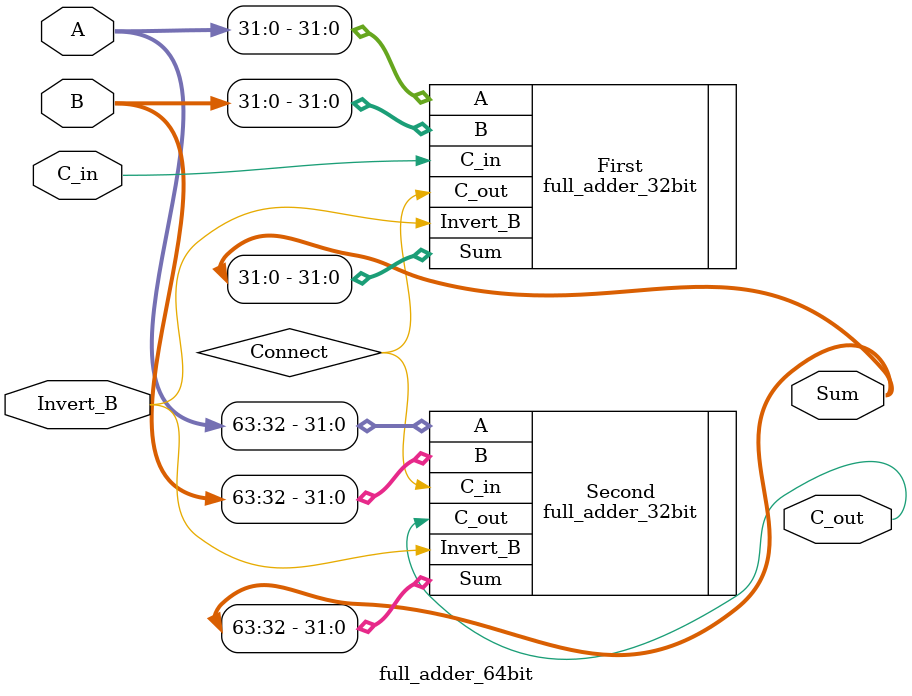
<source format=sv>
module full_adder_64bit (
		input  logic [63:0] A, B,    
		input  logic Invert_B, C_in,   
		output logic [63:0] Sum,
		output logic C_out
);
wire logic Connect;
full_adder_32bit  First (.A(A[31:0]),  .B(B[31:0]),  .Invert_B(Invert_B), .C_in(C_in),    .Sum(Sum[31:0]),  .C_out(Connect));
full_adder_32bit  Second(.A(A[63:32]), .B(B[63:32]), .Invert_B(Invert_B), .C_in(Connect), .Sum(Sum[63:32]), .C_out(C_out) );
endmodule



</source>
